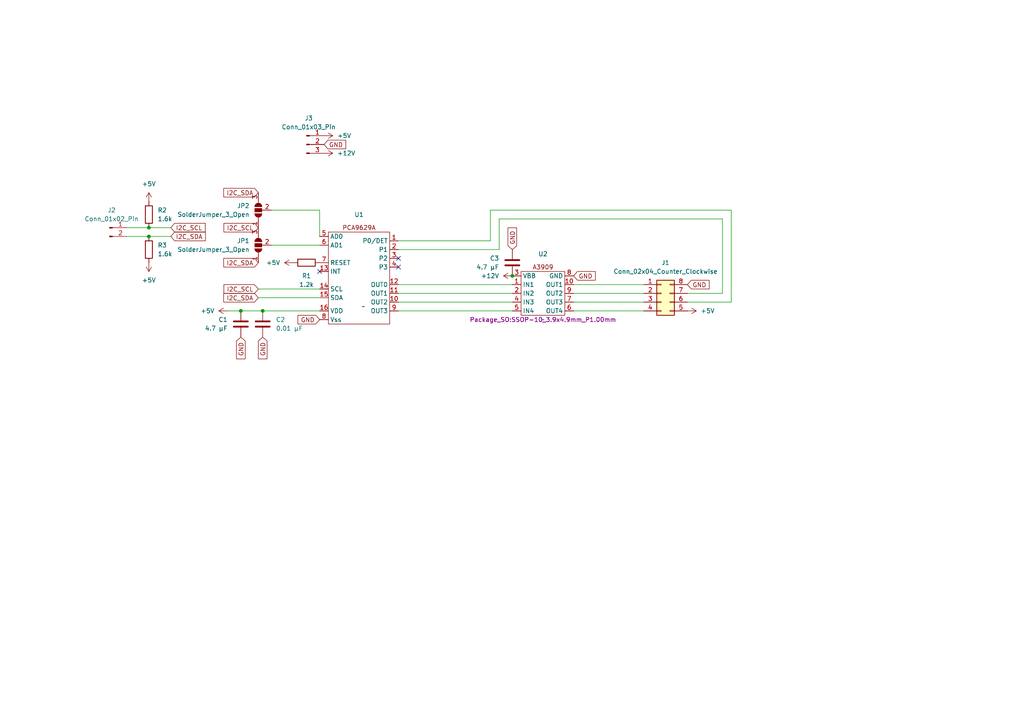
<source format=kicad_sch>
(kicad_sch (version 20231120) (generator "eeschema") (generator_version "8.0")
  (paper "A4")
  (lib_symbols
    (symbol "Connector:Conn_01x02_Pin" (pin_names (offset 1.016) hide)
      (property "Reference" "J" (at 0 2.54 0))
      (property "Value" "Conn_01x02_Pin" (at 0 -5.08 0))
      (symbol "Conn_01x02_Pin_1_1"
        (polyline (pts (xy 1.27 -2.54) (xy 0.8636 -2.54)) (stroke (width 0.1524)))
        (polyline (pts (xy 1.27 0) (xy 0.8636 0)) (stroke (width 0.1524)))
        (rectangle (start 0.8636 -2.413) (end 0 -2.667) (stroke (width 0.1524)) (fill (type outline)))
        (rectangle (start 0.8636 0.127) (end 0 -0.127) (stroke (width 0.1524)) (fill (type outline)))
        (pin passive line (at 5.08 0 180) (length 3.81) (name "Pin_1") (number "1"))
        (pin passive line (at 5.08 -2.54 180) (length 3.81) (name "Pin_2") (number "2"))
      )
    )
    (symbol "Connector:Conn_01x03_Pin" (pin_names (offset 1.016) hide)
      (property "Reference" "J" (at 0 5.08 0))
      (property "Value" "Conn_01x03_Pin" (at 0 -5.08 0))
      (symbol "Conn_01x03_Pin_1_1"
        (polyline (pts (xy 1.27 -2.54) (xy 0.8636 -2.54)) (stroke (width 0.1524)))
        (polyline (pts (xy 1.27 0) (xy 0.8636 0)) (stroke (width 0.1524)))
        (polyline (pts (xy 1.27 2.54) (xy 0.8636 2.54)) (stroke (width 0.1524)))
        (rectangle (start 0.8636 -2.413) (end 0 -2.667) (stroke (width 0.1524)) (fill (type outline)))
        (rectangle (start 0.8636 0.127) (end 0 -0.127) (stroke (width 0.1524)) (fill (type outline)))
        (rectangle (start 0.8636 2.667) (end 0 2.413) (stroke (width 0.1524)) (fill (type outline)))
        (pin passive line (at 5.08 2.54 180) (length 3.81) (name "Pin_1") (number "1"))
        (pin passive line (at 5.08 0 180) (length 3.81) (name "Pin_2") (number "2"))
        (pin passive line (at 5.08 -2.54 180) (length 3.81) (name "Pin_3") (number "3"))
      )
    )
    (symbol "Connector_Generic:Conn_02x04_Counter_Clockwise" (pin_names (offset 1.016) hide)
      (property "Reference" "J" (at 1.27 5.08 0))
      (property "Value" "Conn_02x04_Counter_Clockwise" (at 1.27 -7.62 0))
      (symbol "Conn_02x04_Counter_Clockwise_1_1"
        (rectangle (start -1.27 -4.953) (end 0 -5.207) (stroke (width 0.1524)))
        (rectangle (start -1.27 -2.413) (end 0 -2.667) (stroke (width 0.1524)))
        (rectangle (start -1.27 0.127) (end 0 -0.127) (stroke (width 0.1524)))
        (rectangle (start -1.27 2.667) (end 0 2.413) (stroke (width 0.1524)))
        (rectangle (start -1.27 3.81) (end 3.81 -6.35) (stroke (width 0.254)) (fill (type background)))
        (rectangle (start 3.81 -4.953) (end 2.54 -5.207) (stroke (width 0.1524)))
        (rectangle (start 3.81 -2.413) (end 2.54 -2.667) (stroke (width 0.1524)))
        (rectangle (start 3.81 0.127) (end 2.54 -0.127) (stroke (width 0.1524)))
        (rectangle (start 3.81 2.667) (end 2.54 2.413) (stroke (width 0.1524)))
        (pin passive line (at -5.08 2.54 0) (length 3.81) (name "Pin_1") (number "1"))
        (pin passive line (at -5.08 0 0) (length 3.81) (name "Pin_2") (number "2"))
        (pin passive line (at -5.08 -2.54 0) (length 3.81) (name "Pin_3") (number "3"))
        (pin passive line (at -5.08 -5.08 0) (length 3.81) (name "Pin_4") (number "4"))
        (pin passive line (at 7.62 -5.08 180) (length 3.81) (name "Pin_5") (number "5"))
        (pin passive line (at 7.62 -2.54 180) (length 3.81) (name "Pin_6") (number "6"))
        (pin passive line (at 7.62 0 180) (length 3.81) (name "Pin_7") (number "7"))
        (pin passive line (at 7.62 2.54 180) (length 3.81) (name "Pin_8") (number "8"))
      )
    )
    (symbol "Device:C" (pin_numbers hide) (pin_names (offset 0.254))
      (property "Reference" "C" (at 0.635 2.54 0))
      (property "Value" "C" (at 0.635 -2.54 0))
      (symbol "C_0_1"
        (polyline (pts (xy -2.032 -0.762) (xy 2.032 -0.762)) (stroke (width 0.508)))
        (polyline (pts (xy -2.032 0.762) (xy 2.032 0.762)) (stroke (width 0.508)))
      )
      (symbol "C_1_1"
        (pin passive line (at 0 3.81 270) (length 2.794) (name "~") (number "1"))
        (pin passive line (at 0 -3.81 90) (length 2.794) (name "~") (number "2"))
      )
    )
    (symbol "Device:R" (pin_numbers hide) (pin_names (offset 0))
      (property "Reference" "R" (at 2.032 0 90))
      (property "Value" "R" (at 0 0 90))
      (symbol "R_0_1"
        (rectangle (start -1.016 -2.54) (end 1.016 2.54) (stroke (width 0.254)))
      )
      (symbol "R_1_1"
        (pin passive line (at 0 3.81 270) (length 1.27) (name "~") (number "1"))
        (pin passive line (at 0 -3.81 90) (length 1.27) (name "~") (number "2"))
      )
    )
    (symbol "Jumper:SolderJumper_3_Open" (pin_names (offset 0) hide)
      (property "Reference" "JP" (at -2.54 -2.54 0))
      (property "Value" "SolderJumper_3_Open" (at 0 2.794 0))
      (symbol "SolderJumper_3_Open_0_1"
        (arc (start -1.016 1.016) (mid -2.0276 0) (end -1.016 -1.016))
        (arc (start -1.016 1.016) (mid -2.0276 0) (end -1.016 -1.016) (fill (type outline)))
        (rectangle (start -0.508 1.016) (end 0.508 -1.016) (fill (type outline)))
        (polyline (pts (xy -2.54 0) (xy -2.032 0)))
        (polyline (pts (xy -1.016 1.016) (xy -1.016 -1.016)))
        (polyline (pts (xy 0 -1.27) (xy 0 -1.016)))
        (polyline (pts (xy 1.016 1.016) (xy 1.016 -1.016)))
        (polyline (pts (xy 2.54 0) (xy 2.032 0)))
        (arc (start 1.016 -1.016) (mid 2.0276 0) (end 1.016 1.016))
        (arc (start 1.016 -1.016) (mid 2.0276 0) (end 1.016 1.016) (fill (type outline)))
      )
      (symbol "SolderJumper_3_Open_1_1"
        (pin passive line (at -5.08 0 0) (length 2.54) (name "A") (number "1"))
        (pin passive line (at 0 -3.81 90) (length 2.54) (name "C") (number "2"))
        (pin passive line (at 5.08 0 180) (length 2.54) (name "B") (number "3"))
      )
    )
    (symbol "power:+12V" (power) (pin_names (offset 0))
      (property "Value" "+12V" (at 0 3.556 0))
      (symbol "+12V_0_1"
        (polyline (pts (xy -0.762 1.27) (xy 0 2.54)))
        (polyline (pts (xy 0 0) (xy 0 2.54)))
        (polyline (pts (xy 0 2.54) (xy 0.762 1.27)))
      )
      (symbol "+12V_1_1"
        (pin power_in line (at 0 0 90) (length 0) hide (name "+12V") (number "1"))
      )
    )
    (symbol "power:+5V" (power) (pin_names (offset 0))
      (property "Value" "+5V" (at 0 3.556 0))
      (symbol "+5V_0_1"
        (polyline (pts (xy -0.762 1.27) (xy 0 2.54)))
        (polyline (pts (xy 0 0) (xy 0 2.54)))
        (polyline (pts (xy 0 2.54) (xy 0.762 1.27)))
      )
      (symbol "+5V_1_1"
        (pin power_in line (at 0 0 90) (length 0) hide (name "+5V") (number "1"))
      )
    )
    (symbol "sensors:A3909"
      (property "Reference" "U" (at 0 0 0))
      (symbol "A3909_0_1"
        (rectangle (start -6.35 13.97) (end 6.35 1.27))
      )
      (symbol "A3909_1_1"
        (text "A3909" (at 0 15.24 0) (effects (font (size 1.27 1.27))))
        (pin input line (at -8.89 10.16 0) (length 2.54) (name "IN1") (number "1"))
        (pin output line (at 8.89 10.16 180) (length 2.54) (name "OUT1") (number "10"))
        (pin input line (at -8.89 7.62 0) (length 2.54) (name "IN2") (number "2"))
        (pin power_in line (at -8.89 12.7 0) (length 2.54) (name "VBB") (number "3"))
        (pin input line (at -8.89 5.08 0) (length 2.54) (name "IN3") (number "4"))
        (pin input line (at -8.89 2.54 0) (length 2.54) (name "IN4") (number "5"))
        (pin output line (at 8.89 2.54 180) (length 2.54) (name "OUT4") (number "6"))
        (pin output line (at 8.89 5.08 180) (length 2.54) (name "OUT3") (number "7"))
        (pin power_in line (at 8.89 12.7 180) (length 2.54) (name "GND") (number "8"))
        (pin output line (at 8.89 7.62 180) (length 2.54) (name "OUT2") (number "9"))
      )
    )
    (symbol "sensors:PCA9629A"
      (property "Reference" "U" (at 0 -2.54 0))
      (symbol "PCA9629A_0_1"
        (rectangle (start -8.89 26.67) (end 8.89 0))
      )
      (symbol "PCA9629A_1_1"
        (text "PCA9629A" (at 0 27.94 0) (effects (font (size 1.27 1.27))))
        (pin bidirectional line (at 11.43 24.13 180) (length 2.54) (name "P0/DET") (number "1"))
        (pin output line (at 11.43 6.35 180) (length 2.54) (name "OUT2") (number "10"))
        (pin output line (at 11.43 8.89 180) (length 2.54) (name "OUT1") (number "11"))
        (pin output line (at 11.43 11.43 180) (length 2.54) (name "OUT0") (number "12"))
        (pin output line (at -11.43 15.24 0) (length 2.54) (name "INT") (number "13"))
        (pin input line (at -11.43 10.16 0) (length 2.54) (name "SCL") (number "14"))
        (pin bidirectional line (at -11.43 7.62 0) (length 2.54) (name "SDA") (number "15"))
        (pin power_in line (at -11.43 3.81 0) (length 2.54) (name "VDD") (number "16"))
        (pin bidirectional line (at 11.43 21.59 180) (length 2.54) (name "P1") (number "2"))
        (pin bidirectional line (at 11.43 19.05 180) (length 2.54) (name "P2") (number "3"))
        (pin bidirectional line (at 11.43 16.51 180) (length 2.54) (name "P3") (number "4"))
        (pin input line (at -11.43 25.4 0) (length 2.54) (name "AD0") (number "5"))
        (pin input line (at -11.43 22.86 0) (length 2.54) (name "AD1") (number "6"))
        (pin input line (at -11.43 17.78 0) (length 2.54) (name "RESET") (number "7"))
        (pin power_in line (at -11.43 1.27 0) (length 2.54) (name "Vss") (number "8"))
        (pin output line (at 11.43 3.81 180) (length 2.54) (name "OUT3") (number "9"))
      )
    )
  )
  (junction (at 69.85 90.17))
  (junction (at 43.18 68.58))
  (junction (at 43.18 66.04))
  (junction (at 76.2 90.17))
  (junction (at 148.59 80.01))
  (no_connect (at 115.57 77.47))
  (no_connect (at 92.71 78.74))
  (no_connect (at 115.57 74.93))
  (wire (pts (xy 92.71 60.96) (xy 92.71 68.58)))
  (wire (pts (xy 78.74 60.96) (xy 92.71 60.96)))
  (wire (pts (xy 115.57 85.09) (xy 148.59 85.09)))
  (wire (pts (xy 49.53 68.58) (xy 43.18 68.58)))
  (wire (pts (xy 36.83 68.58) (xy 43.18 68.58)))
  (wire (pts (xy 144.78 63.5) (xy 209.55 63.5)))
  (wire (pts (xy 166.37 82.55) (xy 186.69 82.55)))
  (wire (pts (xy 209.55 85.09) (xy 199.39 85.09)))
  (wire (pts (xy 166.37 87.63) (xy 186.69 87.63)))
  (wire (pts (xy 74.93 83.82) (xy 92.71 83.82)))
  (wire (pts (xy 43.18 66.04) (xy 36.83 66.04)))
  (wire (pts (xy 115.57 82.55) (xy 148.59 82.55)))
  (wire (pts (xy 66.04 90.17) (xy 69.85 90.17)))
  (wire (pts (xy 212.09 60.96) (xy 212.09 87.63)))
  (wire (pts (xy 76.2 90.17) (xy 92.71 90.17)))
  (wire (pts (xy 49.53 66.04) (xy 43.18 66.04)))
  (wire (pts (xy 115.57 72.39) (xy 144.78 72.39)))
  (wire (pts (xy 78.74 71.12) (xy 92.71 71.12)))
  (wire (pts (xy 166.37 90.17) (xy 186.69 90.17)))
  (wire (pts (xy 115.57 87.63) (xy 148.59 87.63)))
  (wire (pts (xy 74.93 86.36) (xy 92.71 86.36)))
  (wire (pts (xy 144.78 72.39) (xy 144.78 63.5)))
  (wire (pts (xy 115.57 69.85) (xy 142.24 69.85)))
  (wire (pts (xy 115.57 90.17) (xy 148.59 90.17)))
  (wire (pts (xy 166.37 85.09) (xy 186.69 85.09)))
  (wire (pts (xy 212.09 87.63) (xy 199.39 87.63)))
  (wire (pts (xy 142.24 60.96) (xy 212.09 60.96)))
  (wire (pts (xy 69.85 90.17) (xy 76.2 90.17)))
  (wire (pts (xy 209.55 63.5) (xy 209.55 85.09)))
  (wire (pts (xy 142.24 69.85) (xy 142.24 60.96)))
  (global_label "I2C_SCL" (shape input) (at 74.93 83.82 180) (property "Intersheetrefs" "${INTERSHEET_REFS}" (effects (hide yes))))
  (global_label "GND" (shape input) (at 148.59 72.39 90) (property "Intersheetrefs" "${INTERSHEET_REFS}" (effects (hide yes))))
  (global_label "GND" (shape input) (at 92.71 92.71 180) (property "Intersheetrefs" "${INTERSHEET_REFS}" (effects (hide yes))))
  (global_label "GND" (shape input) (at 69.85 97.79 270) (property "Intersheetrefs" "${INTERSHEET_REFS}" (effects (hide yes))))
  (global_label "I2C_SDA" (shape input) (at 74.93 86.36 180) (property "Intersheetrefs" "${INTERSHEET_REFS}" (effects (hide yes))))
  (global_label "I2C_SDA" (shape input) (at 49.53 68.58 0) (property "Intersheetrefs" "${INTERSHEET_REFS}" (effects (hide yes))))
  (global_label "GND" (shape input) (at 76.2 97.79 270) (property "Intersheetrefs" "${INTERSHEET_REFS}" (effects (hide yes))))
  (global_label "I2C_SDA" (shape input) (at 74.93 55.88 180) (property "Intersheetrefs" "${INTERSHEET_REFS}" (effects (hide yes))))
  (global_label "I2C_SCL" (shape input) (at 49.53 66.04 0) (property "Intersheetrefs" "${INTERSHEET_REFS}" (effects (hide yes))))
  (global_label "GND" (shape input) (at 166.37 80.01 0) (property "Intersheetrefs" "${INTERSHEET_REFS}" (effects (hide yes))))
  (global_label "GND" (shape input) (at 199.39 82.55 0) (property "Intersheetrefs" "${INTERSHEET_REFS}" (effects (hide yes))))
  (global_label "I2C_SCL" (shape input) (at 74.93 66.04 180) (property "Intersheetrefs" "${INTERSHEET_REFS}" (effects (hide yes))))
  (global_label "GND" (shape input) (at 93.98 41.91 0) (property "Intersheetrefs" "${INTERSHEET_REFS}" (effects (hide yes))))
  (global_label "I2C_SDA" (shape input) (at 74.93 76.2 180) (property "Intersheetrefs" "${INTERSHEET_REFS}" (effects (hide yes))))
  (symbol (lib_id "Device:R") (at 43.18 62.23 180) (unit 1)
    (property "Reference" "R2" (at 45.72 60.96 0) (effects (justify right)))
    (property "Value" "1.6k" (at 45.72 63.5 0) (effects (justify right)))
    (property "Footprint" "Resistor_SMD:R_0402_1005Metric" (effects (hide yes)))
  )
  (symbol (lib_id "Jumper:SolderJumper_3_Open") (at 74.93 60.96 90) (unit 1)
    (property "Reference" "JP2" (at 72.39 59.69 90) (effects (justify left)))
    (property "Value" "SolderJumper_3_Open" (at 72.39 62.23 90) (effects (justify left)))
    (property "Footprint" "Jumper:SolderJumper-3_P1.3mm_Open_RoundedPad1.0x1.5mm_NumberLabels" (effects (hide yes)))
  )
  (symbol (lib_id "Connector:Conn_01x02_Pin") (at 31.75 66.04 0) (unit 1)
    (property "Reference" "J2" (at 32.385 60.96 0))
    (property "Value" "Conn_01x02_Pin" (at 32.385 63.5 0))
    (property "Footprint" "Connector_PinHeader_2.54mm:PinHeader_1x02_P2.54mm_Vertical" (effects (hide yes)))
  )
  (symbol (lib_id "power:+5V") (at 199.39 90.17 270) (unit 1)
    (property "Reference" "#PWR04" (effects (hide yes)))
    (property "Value" "+5V" (at 203.2 90.17 90) (effects (justify left)))
  )
  (symbol (lib_id "Connector_Generic:Conn_02x04_Counter_Clockwise") (at 191.77 85.09 0) (unit 1)
    (property "Reference" "J1" (at 193.04 76.2 0))
    (property "Value" "Conn_02x04_Counter_Clockwise" (at 193.04 78.74 0))
    (property "Footprint" "Connector_PinHeader_2.54mm:PinHeader_1x08_P2.54mm_Vertical" (effects (hide yes)))
  )
  (symbol (lib_id "Device:C") (at 148.59 76.2 180) (unit 1)
    (property "Reference" "C3" (at 144.78 74.93 0) (effects (justify left)))
    (property "Value" "4.7 μF" (at 144.78 77.47 0) (effects (justify left)))
    (property "Footprint" "Capacitor_THT:CP_Radial_D5.0mm_P2.00mm" (effects (hide yes)))
  )
  (symbol (lib_id "power:+12V") (at 93.98 44.45 270) (unit 1)
    (property "Reference" "#PWR05" (effects (hide yes)))
    (property "Value" "+12V" (at 97.79 44.45 90) (effects (justify left)))
  )
  (symbol (lib_id "Jumper:SolderJumper_3_Open") (at 74.93 71.12 90) (unit 1)
    (property "Reference" "JP1" (at 72.39 69.85 90) (effects (justify left)))
    (property "Value" "SolderJumper_3_Open" (at 72.39 72.39 90) (effects (justify left)))
    (property "Footprint" "Jumper:SolderJumper-3_P1.3mm_Open_RoundedPad1.0x1.5mm" (effects (hide yes)))
  )
  (symbol (lib_id "Device:C") (at 76.2 93.98 0) (unit 1)
    (property "Reference" "C2" (at 80.01 92.71 0) (effects (justify left)))
    (property "Value" "0.01 μF" (at 80.01 95.25 0) (effects (justify left)))
    (property "Footprint" "Capacitor_SMD:C_0402_1005Metric" (effects (hide yes)))
  )
  (symbol (lib_id "Device:C") (at 69.85 93.98 0) (unit 1)
    (property "Reference" "C1" (at 66.04 92.71 0) (effects (justify right)))
    (property "Value" "4.7 μF" (at 66.04 95.25 0) (effects (justify right)))
    (property "Footprint" "Capacitor_SMD:C_0402_1005Metric" (effects (hide yes)))
  )
  (symbol (lib_id "power:+12V") (at 148.59 80.01 90) (unit 1)
    (property "Reference" "#PWR09" (effects (hide yes)))
    (property "Value" "+12V" (at 144.78 80.01 90) (effects (justify left)))
  )
  (symbol (lib_id "sensors:A3909") (at 157.48 92.71 0) (unit 1)
    (property "Reference" "U2" (at 157.48 73.66 0))
    (property "Value" "~" (at 157.48 92.71 0))
    (property "Footprint" "Package_SO:SSOP-10_3.9x4.9mm_P1.00mm" (at 157.48 92.71 0))
  )
  (symbol (lib_id "power:+5V") (at 43.18 76.2 180) (unit 1)
    (property "Reference" "#PWR07" (effects (hide yes)))
    (property "Value" "+5V" (at 43.18 81.28 0))
  )
  (symbol (lib_id "Device:R") (at 43.18 72.39 180) (unit 1)
    (property "Reference" "R3" (at 45.72 71.12 0) (effects (justify right)))
    (property "Value" "1.6k" (at 45.72 73.66 0) (effects (justify right)))
    (property "Footprint" "Resistor_SMD:R_0402_1005Metric" (effects (hide yes)))
  )
  (symbol (lib_id "Connector:Conn_01x03_Pin") (at 88.9 41.91 0) (unit 1)
    (property "Reference" "J3" (at 89.535 34.29 0))
    (property "Value" "Conn_01x03_Pin" (at 89.535 36.83 0))
    (property "Footprint" "Connector_PinHeader_2.54mm:PinHeader_1x03_P2.54mm_Vertical" (effects (hide yes)))
  )
  (symbol (lib_id "sensors:PCA9629A") (at 104.14 93.98 0) (unit 1)
    (property "Reference" "U1" (at 104.14 62.23 0))
    (property "Value" "~" (at 105.41 88.9 0))
    (property "Footprint" "Package_SO:TSSOP-16_4.4x5mm_P0.65mm" (effects (hide yes)))
  )
  (symbol (lib_id "power:+5V") (at 43.18 58.42 0) (unit 1)
    (property "Reference" "#PWR08" (effects (hide yes)))
    (property "Value" "+5V" (at 43.18 53.34 0))
  )
  (symbol (lib_id "power:+5V") (at 85.09 76.2 90) (unit 1)
    (property "Reference" "#PWR02" (effects (hide yes)))
    (property "Value" "+5V" (at 81.28 76.2 90) (effects (justify left)))
  )
  (symbol (lib_id "Device:R") (at 88.9 76.2 90) (unit 1)
    (property "Reference" "R1" (at 88.9 80.01 90))
    (property "Value" "1.2k" (at 88.9 82.55 90))
    (property "Footprint" "Resistor_SMD:R_0402_1005Metric" (effects (hide yes)))
  )
  (symbol (lib_id "power:+5V") (at 66.04 90.17 90) (unit 1)
    (property "Reference" "#PWR01" (effects (hide yes)))
    (property "Value" "+5V" (at 62.23 90.17 90) (effects (justify left)))
  )
  (symbol (lib_id "power:+5V") (at 93.98 39.37 270) (unit 1)
    (property "Reference" "#PWR06" (effects (hide yes)))
    (property "Value" "+5V" (at 97.79 39.37 90) (effects (justify left)))
  )
)
</source>
